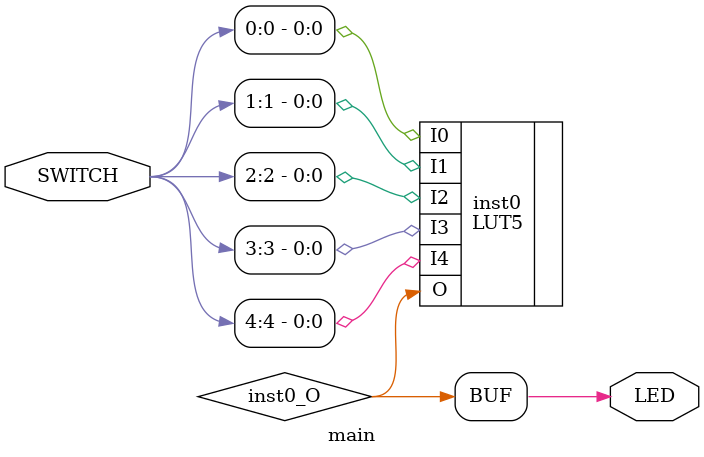
<source format=v>
module main (output [0:0] LED, input [4:0] SWITCH);
wire  inst0_O;
LUT5 #(.INIT(32'hAAAAAAAA)) inst0 (.I0(SWITCH[0]), .I1(SWITCH[1]), .I2(SWITCH[2]), .I3(SWITCH[3]), .I4(SWITCH[4]), .O(inst0_O));
assign LED = {inst0_O};
endmodule


</source>
